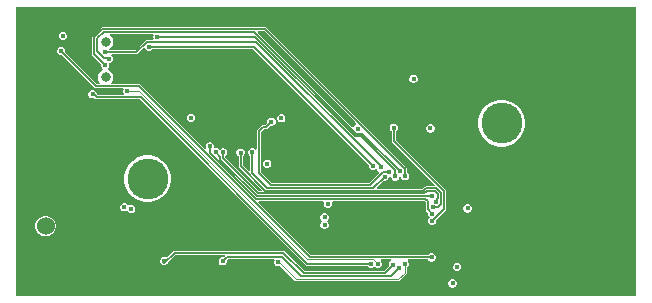
<source format=gbl>
G04*
G04 #@! TF.GenerationSoftware,Altium Limited,Altium Designer,22.8.2 (66)*
G04*
G04 Layer_Physical_Order=4*
G04 Layer_Color=16711680*
%FSLAX44Y44*%
%MOMM*%
G71*
G04*
G04 #@! TF.SameCoordinates,468F8AB8-D0D1-42F9-A28A-8A06B6F8ABAF*
G04*
G04*
G04 #@! TF.FilePolarity,Positive*
G04*
G01*
G75*
%ADD14C,0.1270*%
%ADD49C,1.5240*%
%ADD52C,0.5000*%
%ADD57C,0.1016*%
%ADD58C,3.4544*%
%ADD59C,0.8128*%
%ADD60C,0.4500*%
G36*
X782821Y255016D02*
X257309D01*
Y499611D01*
X782821D01*
Y255016D01*
D02*
G37*
%LPC*%
G36*
X298134Y478500D02*
X296734D01*
X295440Y477964D01*
X294450Y476974D01*
X293914Y475680D01*
Y474280D01*
X294450Y472986D01*
X295440Y471996D01*
X296734Y471460D01*
X298134D01*
X299428Y471996D01*
X300418Y472986D01*
X300954Y474280D01*
Y475680D01*
X300418Y476974D01*
X299428Y477964D01*
X298134Y478500D01*
D02*
G37*
G36*
X595060Y442178D02*
X593660D01*
X592366Y441642D01*
X591376Y440652D01*
X590840Y439358D01*
Y437958D01*
X591376Y436664D01*
X592366Y435674D01*
X593660Y435138D01*
X595060D01*
X596354Y435674D01*
X597344Y436664D01*
X597880Y437958D01*
Y439358D01*
X597344Y440652D01*
X596354Y441642D01*
X595060Y442178D01*
D02*
G37*
G36*
X468808Y482361D02*
X330852D01*
X330208Y482233D01*
X329662Y481868D01*
X322827Y475033D01*
X322462Y474487D01*
X322334Y473843D01*
Y459319D01*
X322462Y458675D01*
X322827Y458129D01*
X329857Y451099D01*
X329728Y450788D01*
Y449388D01*
X330264Y448094D01*
X331003Y447355D01*
X330980Y446469D01*
X330961Y446370D01*
X330784Y445924D01*
X329472Y445167D01*
X328250Y443944D01*
X327385Y442448D01*
X326938Y440778D01*
Y439050D01*
X327385Y437380D01*
X328250Y435884D01*
X328781Y435352D01*
X328255Y434082D01*
X326488D01*
X299301Y461269D01*
X299430Y461580D01*
Y462980D01*
X298894Y464274D01*
X297904Y465264D01*
X296610Y465800D01*
X295210D01*
X293916Y465264D01*
X292926Y464274D01*
X292390Y462980D01*
Y461580D01*
X292926Y460286D01*
X293916Y459296D01*
X295210Y458760D01*
X296610D01*
X296921Y458889D01*
X324601Y431209D01*
X325147Y430844D01*
X325791Y430716D01*
X347883D01*
X348732Y429446D01*
X348524Y428944D01*
Y427544D01*
X349060Y426250D01*
X349193Y426117D01*
X348667Y424847D01*
X326613D01*
X326100Y425361D01*
Y426404D01*
X325564Y427698D01*
X324574Y428688D01*
X323280Y429224D01*
X321880D01*
X320586Y428688D01*
X319596Y427698D01*
X319060Y426404D01*
Y425004D01*
X319596Y423710D01*
X320586Y422720D01*
X321880Y422184D01*
X323280D01*
X324154Y422546D01*
X324726Y421974D01*
X325272Y421609D01*
X325916Y421481D01*
X362523D01*
X503254Y280750D01*
X503800Y280385D01*
X504444Y280257D01*
X555179D01*
X555308Y279946D01*
X556298Y278956D01*
X557592Y278420D01*
X558992D01*
X560286Y278956D01*
X561210Y279880D01*
X562068Y279023D01*
X563361Y278487D01*
X564762D01*
X566055Y279023D01*
X567046Y280013D01*
X567582Y281307D01*
Y282707D01*
X567046Y284001D01*
X566472Y284575D01*
X566998Y285845D01*
X574970D01*
X575223Y284575D01*
X574840Y284416D01*
X573850Y283426D01*
X573314Y282132D01*
Y280732D01*
X573443Y280421D01*
X569279Y276257D01*
X501839D01*
X485314Y292782D01*
X484768Y293147D01*
X484124Y293275D01*
X392176D01*
X391532Y293147D01*
X390986Y292782D01*
X385474Y287270D01*
X385280Y287464D01*
X383986Y288000D01*
X382586D01*
X381292Y287464D01*
X380302Y286474D01*
X379766Y285180D01*
Y283780D01*
X380302Y282486D01*
X381292Y281496D01*
X382586Y280960D01*
X383986D01*
X385280Y281496D01*
X386270Y282486D01*
X386806Y283780D01*
Y283841D01*
X392873Y289909D01*
X434322D01*
X434848Y288639D01*
X433827Y287617D01*
X433516Y287746D01*
X432116D01*
X430822Y287210D01*
X429832Y286220D01*
X429296Y284926D01*
Y283526D01*
X429832Y282232D01*
X430822Y281242D01*
X432116Y280706D01*
X433516D01*
X434810Y281242D01*
X435800Y282232D01*
X436336Y283526D01*
Y284926D01*
X436207Y285237D01*
X437323Y286353D01*
X476057D01*
X476666Y285083D01*
X476286Y284164D01*
Y282764D01*
X476822Y281470D01*
X477812Y280480D01*
X479106Y279944D01*
X480506D01*
X481310Y280277D01*
X493767Y267820D01*
X494934Y267336D01*
X581406D01*
X582572Y267820D01*
X588096Y273344D01*
X588580Y274510D01*
Y278867D01*
X588924Y279010D01*
X589914Y280000D01*
X590450Y281294D01*
Y282694D01*
X589914Y283988D01*
X589327Y284575D01*
X589853Y285845D01*
X606487D01*
X606616Y285534D01*
X607606Y284544D01*
X608900Y284008D01*
X610300D01*
X611594Y284544D01*
X612584Y285534D01*
X613120Y286828D01*
Y288228D01*
X612584Y289522D01*
X611594Y290512D01*
X610300Y291048D01*
X608900D01*
X607606Y290512D01*
X606616Y289522D01*
X606487Y289211D01*
X562291D01*
X562149Y289353D01*
X561603Y289718D01*
X560959Y289846D01*
X507173D01*
X462818Y334201D01*
X463304Y335375D01*
X517460D01*
X518309Y334105D01*
X518101Y333603D01*
Y332203D01*
X518637Y330909D01*
X519627Y329919D01*
X520921Y329383D01*
X522321D01*
X523615Y329919D01*
X524605Y330909D01*
X525141Y332203D01*
Y333603D01*
X524933Y334105D01*
X525782Y335375D01*
X603533D01*
X604528Y334379D01*
Y328182D01*
X604656Y327538D01*
X605021Y326992D01*
X606717Y325297D01*
X606588Y324986D01*
Y323586D01*
X607124Y322292D01*
X608015Y321401D01*
X607124Y320510D01*
X606588Y319216D01*
Y317816D01*
X607124Y316522D01*
X608114Y315532D01*
X609408Y314996D01*
X610808D01*
X612102Y315532D01*
X613092Y316522D01*
X613628Y317816D01*
Y319216D01*
X613530Y319452D01*
X621458Y327380D01*
X621823Y327926D01*
X621951Y328570D01*
Y343662D01*
X621823Y344306D01*
X621458Y344852D01*
X579279Y387031D01*
Y394143D01*
X579590Y394272D01*
X580580Y395262D01*
X581116Y396556D01*
Y397956D01*
X580580Y399250D01*
X579590Y400240D01*
X578296Y400776D01*
X576896D01*
X575602Y400240D01*
X574612Y399250D01*
X574076Y397956D01*
Y396556D01*
X574612Y395262D01*
X575602Y394272D01*
X575913Y394143D01*
Y386334D01*
X576041Y385690D01*
X576406Y385144D01*
X612648Y348901D01*
X612122Y347631D01*
X604520D01*
X603876Y347503D01*
X603330Y347138D01*
X601791Y345599D01*
X563535D01*
X563049Y346773D01*
X568838Y352562D01*
X569149Y352434D01*
X570549D01*
X571843Y352970D01*
X572833Y353960D01*
X573369Y355254D01*
Y356279D01*
X574319Y356401D01*
X575255Y355443D01*
Y355408D01*
X575791Y354114D01*
X576781Y353124D01*
X578075Y352588D01*
X579475D01*
X580769Y353124D01*
X581759Y354114D01*
X582295Y355408D01*
Y355715D01*
X583565Y355662D01*
X584101Y354368D01*
X585091Y353378D01*
X586385Y352842D01*
X587785D01*
X589079Y353378D01*
X590069Y354368D01*
X590605Y355662D01*
Y357062D01*
X590069Y358356D01*
X589079Y359346D01*
X588768Y359475D01*
Y362401D01*
X588640Y363045D01*
X588275Y363591D01*
X469998Y481868D01*
X469452Y482233D01*
X468808Y482361D01*
D02*
G37*
G36*
X609284Y400268D02*
X607884D01*
X606590Y399732D01*
X605600Y398742D01*
X605064Y397448D01*
Y396048D01*
X605600Y394754D01*
X606590Y393764D01*
X607884Y393228D01*
X609284D01*
X610578Y393764D01*
X611568Y394754D01*
X612104Y396048D01*
Y397448D01*
X611568Y398742D01*
X610578Y399732D01*
X609284Y400268D01*
D02*
G37*
G36*
X670729Y420838D02*
X666835D01*
X663015Y420078D01*
X659417Y418588D01*
X656178Y416424D01*
X653424Y413670D01*
X651260Y410432D01*
X649770Y406833D01*
X649010Y403013D01*
Y399119D01*
X649770Y395299D01*
X651260Y391701D01*
X653424Y388462D01*
X656178Y385708D01*
X659417Y383544D01*
X663015Y382054D01*
X666835Y381294D01*
X670729D01*
X674549Y382054D01*
X678148Y383544D01*
X681386Y385708D01*
X684140Y388462D01*
X686304Y391701D01*
X687794Y395299D01*
X688554Y399119D01*
Y403013D01*
X687794Y406833D01*
X686304Y410432D01*
X684140Y413670D01*
X681386Y416424D01*
X678148Y418588D01*
X674549Y420078D01*
X670729Y420838D01*
D02*
G37*
G36*
X371009Y373848D02*
X367115D01*
X363295Y373088D01*
X359697Y371598D01*
X356458Y369434D01*
X353704Y366680D01*
X351540Y363442D01*
X350050Y359843D01*
X349290Y356023D01*
Y352129D01*
X350050Y348309D01*
X351540Y344711D01*
X353704Y341472D01*
X356458Y338718D01*
X359697Y336554D01*
X363295Y335064D01*
X367115Y334304D01*
X371009D01*
X374829Y335064D01*
X378428Y336554D01*
X381666Y338718D01*
X384420Y341472D01*
X386584Y344711D01*
X388074Y348309D01*
X388834Y352129D01*
Y356023D01*
X388074Y359843D01*
X386584Y363442D01*
X384420Y366680D01*
X381666Y369434D01*
X378428Y371598D01*
X374829Y373088D01*
X371009Y373848D01*
D02*
G37*
G36*
X640780Y332450D02*
X639380D01*
X638086Y331914D01*
X637096Y330924D01*
X636560Y329630D01*
Y328230D01*
X637096Y326936D01*
X638086Y325946D01*
X639380Y325410D01*
X640780D01*
X642074Y325946D01*
X643064Y326936D01*
X643600Y328230D01*
Y329630D01*
X643064Y330924D01*
X642074Y331914D01*
X640780Y332450D01*
D02*
G37*
G36*
X350204Y333466D02*
X348804D01*
X347510Y332930D01*
X346520Y331940D01*
X345984Y330646D01*
Y329246D01*
X346520Y327952D01*
X347510Y326962D01*
X348804Y326426D01*
X350204D01*
X351025Y326766D01*
X352362Y326428D01*
X353352Y325438D01*
X354646Y324902D01*
X356046D01*
X357340Y325438D01*
X358330Y326428D01*
X358866Y327722D01*
Y329122D01*
X358330Y330416D01*
X357340Y331406D01*
X356046Y331942D01*
X354646D01*
X353825Y331602D01*
X352488Y331940D01*
X351498Y332930D01*
X350204Y333466D01*
D02*
G37*
G36*
X519622Y324830D02*
X518222D01*
X516928Y324294D01*
X515938Y323304D01*
X515402Y322010D01*
Y320610D01*
X515938Y319316D01*
X516289Y318965D01*
X516809Y318135D01*
X516289Y317305D01*
X515938Y316954D01*
X515402Y315660D01*
Y314260D01*
X515938Y312966D01*
X516928Y311976D01*
X518222Y311440D01*
X519622D01*
X520916Y311976D01*
X521906Y312966D01*
X522442Y314260D01*
Y315660D01*
X521906Y316954D01*
X521555Y317305D01*
X521035Y318135D01*
X521555Y318965D01*
X521906Y319316D01*
X522442Y320610D01*
Y322010D01*
X521906Y323304D01*
X520916Y324294D01*
X519622Y324830D01*
D02*
G37*
G36*
X283839Y322707D02*
X281565D01*
X279369Y322118D01*
X277399Y320981D01*
X275791Y319374D01*
X274655Y317404D01*
X274066Y315208D01*
Y312934D01*
X274655Y310738D01*
X275791Y308768D01*
X277399Y307160D01*
X279369Y306024D01*
X281565Y305435D01*
X283839D01*
X286035Y306024D01*
X288005Y307160D01*
X289613Y308768D01*
X290749Y310738D01*
X291338Y312934D01*
Y315208D01*
X290749Y317404D01*
X289613Y319374D01*
X288005Y320981D01*
X286035Y322118D01*
X283839Y322707D01*
D02*
G37*
G36*
X631890Y282920D02*
X630490D01*
X629196Y282384D01*
X628206Y281394D01*
X627670Y280100D01*
Y278700D01*
X628206Y277406D01*
X629196Y276416D01*
X630490Y275880D01*
X631890D01*
X633184Y276416D01*
X634174Y277406D01*
X634710Y278700D01*
Y280100D01*
X634174Y281394D01*
X633184Y282384D01*
X631890Y282920D01*
D02*
G37*
G36*
X628080Y268950D02*
X626680D01*
X625386Y268414D01*
X624396Y267424D01*
X623860Y266130D01*
Y264730D01*
X624396Y263436D01*
X625386Y262446D01*
X626680Y261910D01*
X628080D01*
X629374Y262446D01*
X630364Y263436D01*
X630900Y264730D01*
Y266130D01*
X630364Y267424D01*
X629374Y268414D01*
X628080Y268950D01*
D02*
G37*
%LPD*%
G36*
X374132Y475439D02*
X373924Y474937D01*
Y473537D01*
X374132Y473035D01*
X373283Y471765D01*
X368611D01*
X367967Y471637D01*
X367421Y471272D01*
X358949Y462800D01*
X336849D01*
X336536Y463967D01*
X336677Y464168D01*
X337532Y464661D01*
X338755Y465884D01*
X339619Y467380D01*
X340066Y469050D01*
Y470778D01*
X339619Y472448D01*
X338755Y473944D01*
X337532Y475167D01*
X337061Y475439D01*
X337401Y476709D01*
X373283D01*
X374132Y475439D01*
D02*
G37*
G36*
X367140Y464435D02*
X367348Y463933D01*
X368338Y462943D01*
X369632Y462407D01*
X371032D01*
X372326Y462943D01*
X373316Y463933D01*
X373407Y464153D01*
X458458D01*
X556539Y366072D01*
X556410Y365761D01*
Y364361D01*
X556946Y363067D01*
X557936Y362077D01*
X559230Y361541D01*
X560630D01*
X561924Y362077D01*
X562091Y362244D01*
X563336Y361996D01*
X563385Y361879D01*
X564375Y360889D01*
X564627Y360784D01*
X564925Y359286D01*
X556318Y350679D01*
X474153D01*
X464979Y359853D01*
Y393511D01*
X467748Y396280D01*
X469591D01*
X470235Y396408D01*
X470781Y396773D01*
X472953Y398945D01*
X473264Y398816D01*
X474664D01*
X475958Y399352D01*
X476948Y400342D01*
X477484Y401636D01*
Y403036D01*
X476948Y404330D01*
X475958Y405320D01*
X474664Y405856D01*
X473264D01*
X471970Y405320D01*
X470980Y404330D01*
X470444Y403036D01*
Y401636D01*
X470573Y401325D01*
X468894Y399646D01*
X467051D01*
X466407Y399518D01*
X465861Y399153D01*
X462106Y395398D01*
X461741Y394852D01*
X461613Y394208D01*
Y379266D01*
X460343Y378771D01*
X459702Y379412D01*
X458408Y379948D01*
X457008D01*
X455714Y379412D01*
X454724Y378422D01*
X454188Y377128D01*
Y375728D01*
X454724Y374434D01*
X455714Y373444D01*
X456025Y373315D01*
Y360815D01*
X454851Y360329D01*
X449485Y365695D01*
Y373061D01*
X449796Y373190D01*
X450786Y374180D01*
X451322Y375474D01*
Y376874D01*
X450786Y378168D01*
X449796Y379158D01*
X448502Y379694D01*
X447102D01*
X445808Y379158D01*
X444818Y378168D01*
X444282Y376874D01*
Y375474D01*
X444818Y374180D01*
X445808Y373190D01*
X446119Y373061D01*
Y364998D01*
X446247Y364354D01*
X446612Y363808D01*
X465933Y344487D01*
X465447Y343313D01*
X463405D01*
X434727Y371991D01*
Y373321D01*
X435038Y373450D01*
X436028Y374440D01*
X436564Y375734D01*
Y377134D01*
X436028Y378428D01*
X435038Y379418D01*
X433744Y379954D01*
X432344D01*
X431050Y379418D01*
X430179Y378547D01*
X429268Y379458D01*
X427974Y379994D01*
X426574D01*
X426426Y379933D01*
X425414Y380808D01*
Y382208D01*
X424878Y383502D01*
X423888Y384492D01*
X422594Y385028D01*
X421194D01*
X419900Y384492D01*
X418910Y383502D01*
X418374Y382208D01*
Y380808D01*
X418633Y380183D01*
X417556Y379463D01*
X363430Y433589D01*
X362884Y433954D01*
X362240Y434082D01*
X338749D01*
X338223Y435352D01*
X338755Y435884D01*
X339619Y437380D01*
X340066Y439050D01*
Y440778D01*
X339619Y442448D01*
X338755Y443944D01*
X337532Y445167D01*
X336036Y446031D01*
X335872Y446074D01*
X335832Y446139D01*
X335600Y447462D01*
X336232Y448094D01*
X336768Y449388D01*
Y450788D01*
X336727Y450886D01*
X336742Y452156D01*
X337365Y452414D01*
X338036Y452692D01*
X339026Y453682D01*
X339562Y454976D01*
Y456376D01*
X339026Y457670D01*
X338532Y458164D01*
X339058Y459434D01*
X359646D01*
X360290Y459562D01*
X360836Y459927D01*
X365642Y464733D01*
X367140Y464435D01*
D02*
G37*
G36*
X545922Y401184D02*
X545624Y399686D01*
X545122Y399478D01*
X544132Y398488D01*
X543924Y397986D01*
X542426Y397688D01*
X462293Y477821D01*
X462779Y478995D01*
X468111D01*
X545922Y401184D01*
D02*
G37*
%LPC*%
G36*
X406592Y409158D02*
X405192D01*
X403898Y408622D01*
X402908Y407632D01*
X402372Y406338D01*
Y404938D01*
X402908Y403644D01*
X403898Y402654D01*
X405192Y402118D01*
X406592D01*
X407886Y402654D01*
X408876Y403644D01*
X409412Y404938D01*
Y406338D01*
X408876Y407632D01*
X407886Y408622D01*
X406592Y409158D01*
D02*
G37*
G36*
X483046Y408904D02*
X481646D01*
X480352Y408368D01*
X479362Y407378D01*
X478826Y406084D01*
Y404684D01*
X479362Y403390D01*
X480352Y402400D01*
X481646Y401864D01*
X483046D01*
X484340Y402400D01*
X485330Y403390D01*
X485866Y404684D01*
Y406084D01*
X485330Y407378D01*
X484340Y408368D01*
X483046Y408904D01*
D02*
G37*
G36*
X471108Y370296D02*
X469708D01*
X468414Y369760D01*
X467424Y368770D01*
X466888Y367476D01*
Y366076D01*
X467424Y364782D01*
X468414Y363792D01*
X469708Y363256D01*
X471108D01*
X472402Y363792D01*
X473392Y364782D01*
X473928Y366076D01*
Y367476D01*
X473392Y368770D01*
X472402Y369760D01*
X471108Y370296D01*
D02*
G37*
%LPD*%
D14*
X383286Y282702D02*
X392176Y291592D01*
X612948Y335026D02*
X614233Y336311D01*
X459155Y465836D02*
X559930Y365061D01*
X436626Y288036D02*
X482854D01*
X499364Y271526D01*
X432816Y284226D02*
X436626Y288036D01*
X499364Y271526D02*
X575056D01*
X484124Y291592D02*
X501142Y274574D01*
X392176Y291592D02*
X484124D01*
X501142Y274574D02*
X569976D01*
X330852Y480678D02*
X468808D01*
X587085Y356362D02*
Y362401D01*
X545395Y392339D02*
X550785D01*
X377444Y474237D02*
X460264D01*
X544448Y390053D01*
X331799Y478392D02*
X459342D01*
X582547Y360578D02*
Y360578D01*
X468808Y480678D02*
X587085Y362401D01*
X544448Y390053D02*
X549781D01*
X550785Y392339D02*
X582547Y360578D01*
X549781Y390053D02*
X578391Y361443D01*
X459342Y478392D02*
X545395Y392339D01*
X577596Y386334D02*
Y397256D01*
Y386334D02*
X620268Y343662D01*
X447802Y364998D02*
X468884Y343916D01*
X462708Y341630D02*
X603435D01*
X604230Y337058D02*
X606280Y335008D01*
X606212Y328182D02*
Y334940D01*
X430758Y370347D02*
X461761Y339344D01*
X610088D02*
X610251Y339507D01*
X460814Y337058D02*
X604230D01*
X468884Y343916D02*
X602488D01*
X421894Y375978D02*
X460814Y337058D01*
X461761Y339344D02*
X610088D01*
X433044Y371294D02*
X462708Y341630D01*
X603435D02*
X605467Y343662D01*
X602488Y343916D02*
X604520Y345948D01*
X606212Y334940D02*
X606280Y335008D01*
X569849Y355954D02*
X570003Y356108D01*
X469900Y346456D02*
X560351D01*
X570003Y356108D02*
X570230D01*
X457708Y358648D02*
X469900Y346456D01*
X560351D02*
X569849Y355954D01*
X473456Y348996D02*
X557015D01*
X473964Y402336D02*
X474218Y402590D01*
Y403606D01*
X557015Y348996D02*
X568128Y360109D01*
X463296Y359156D02*
X473456Y348996D01*
X604520Y345948D02*
X613664D01*
X605467Y343662D02*
X612270D01*
X614582Y337907D02*
Y341350D01*
X613664Y345948D02*
X617770Y341842D01*
X612270Y343662D02*
X614582Y341350D01*
X617770Y333098D02*
Y341842D01*
X614233Y336311D02*
Y337558D01*
X614582Y337907D01*
X460785Y470082D02*
X566369Y364499D01*
X368611Y470082D02*
X460785D01*
X370423Y465836D02*
X459155D01*
X566369Y363873D02*
Y364499D01*
X569976Y274574D02*
X576834Y281432D01*
X363220Y423164D02*
X504444Y281940D01*
X558292D01*
X506476Y288163D02*
X560959D01*
X362240Y432399D02*
X506476Y288163D01*
X575056Y271526D02*
X581914Y278384D01*
X295910Y462280D02*
X325791Y432399D01*
X427274Y376328D02*
Y376474D01*
X433044Y371294D02*
Y376434D01*
X421894Y375978D02*
Y381508D01*
X430758Y370347D02*
Y372844D01*
X427274Y376328D02*
X430758Y372844D01*
X325791Y432399D02*
X362240D01*
X324017Y459319D02*
X333248Y450088D01*
X335424Y456294D02*
X336042Y455676D01*
X331900Y456294D02*
X335424D01*
X325916Y423164D02*
X363220D01*
X560959Y288163D02*
X561594Y287528D01*
X609600D01*
X326303Y461891D02*
Y472896D01*
X324017Y459319D02*
Y473843D01*
X330852Y480678D01*
X326303Y461891D02*
X331900Y456294D01*
X326303Y472896D02*
X331799Y478392D01*
X359646Y461117D02*
X368611Y470082D01*
X370332Y465927D02*
X370423Y465836D01*
X332953Y461117D02*
X359646D01*
X578391Y356492D02*
Y361443D01*
Y356492D02*
X578775Y356108D01*
X323376Y425704D02*
X325916Y423164D01*
X322580Y425704D02*
X323376D01*
X620268Y328570D02*
Y343662D01*
X610214Y318516D02*
X620268Y328570D01*
X610108Y318516D02*
X610214D01*
X606212Y328182D02*
X610108Y324286D01*
X610367Y330050D02*
X614722D01*
X469591Y397963D02*
X473964Y402336D01*
X463296Y394208D02*
X467051Y397963D01*
X469591D01*
X463296Y359156D02*
Y394208D01*
X447802Y364998D02*
Y376174D01*
X457708Y358648D02*
Y376428D01*
X568128Y360109D02*
X573723D01*
X573786Y360172D01*
X614722Y330050D02*
X617770Y333098D01*
D49*
X282702Y314071D02*
D03*
Y441071D02*
D03*
D52*
X573850Y417830D02*
D03*
X581850D02*
D03*
D57*
X480456Y283464D02*
X494934Y268986D01*
X479806Y283464D02*
X480456D01*
X494934Y268986D02*
X581406D01*
X361950Y428244D02*
X504190Y286004D01*
X560065D01*
X352044Y428244D02*
X361950D01*
X581406Y268986D02*
X586930Y274510D01*
Y281994D01*
X560065Y286004D02*
X564062Y282007D01*
D58*
X369062Y354076D02*
D03*
X668782Y401066D02*
D03*
D59*
X333502Y469914D02*
D03*
Y439914D02*
D03*
D60*
X771525Y476250D02*
D03*
X762000Y457200D02*
D03*
X771525Y438150D02*
D03*
X762000Y419100D02*
D03*
X771525Y361950D02*
D03*
X762000Y342900D02*
D03*
X771525Y323850D02*
D03*
X762000Y304800D02*
D03*
Y266700D02*
D03*
X752475Y476250D02*
D03*
X742950Y457200D02*
D03*
X752475Y438150D02*
D03*
X742950Y419100D02*
D03*
Y381000D02*
D03*
X752475Y361950D02*
D03*
X742950Y342900D02*
D03*
X752475Y323850D02*
D03*
X742950Y266700D02*
D03*
X733425Y476250D02*
D03*
X723900Y457200D02*
D03*
X733425Y438150D02*
D03*
X723900Y419100D02*
D03*
X733425Y400050D02*
D03*
X723900Y381000D02*
D03*
X733425Y361950D02*
D03*
X723900Y342900D02*
D03*
X733425Y323850D02*
D03*
X723900Y266700D02*
D03*
X714375Y476250D02*
D03*
X704850Y457200D02*
D03*
X714375Y438150D02*
D03*
X704850Y419100D02*
D03*
X714375Y400050D02*
D03*
X704850Y381000D02*
D03*
X714375Y361950D02*
D03*
X704850Y342900D02*
D03*
X714375Y323850D02*
D03*
Y285750D02*
D03*
X704850Y266700D02*
D03*
X695325Y476250D02*
D03*
X685800Y457200D02*
D03*
X695325Y438150D02*
D03*
X685800Y419100D02*
D03*
X695325Y400050D02*
D03*
X685800Y381000D02*
D03*
X695325Y361950D02*
D03*
X685800Y342900D02*
D03*
X695325Y323850D02*
D03*
Y285750D02*
D03*
X685800Y266700D02*
D03*
X676275Y476250D02*
D03*
X666750Y457200D02*
D03*
X676275Y438150D02*
D03*
Y361950D02*
D03*
X666750Y342900D02*
D03*
X676275Y323850D02*
D03*
Y285750D02*
D03*
X666750Y266700D02*
D03*
X657225Y476250D02*
D03*
X647700Y457200D02*
D03*
X657225Y438150D02*
D03*
X647700Y419100D02*
D03*
Y381000D02*
D03*
X657225Y361950D02*
D03*
X647700Y342900D02*
D03*
X657225Y323850D02*
D03*
Y285750D02*
D03*
X647700Y266700D02*
D03*
X638175Y476250D02*
D03*
X628650Y457200D02*
D03*
X638175Y438150D02*
D03*
X628650Y419100D02*
D03*
X638175Y400050D02*
D03*
X628650Y381000D02*
D03*
X638175Y361950D02*
D03*
X628650Y342900D02*
D03*
X638175Y285750D02*
D03*
X619125Y476250D02*
D03*
X609600Y457200D02*
D03*
X619125Y438150D02*
D03*
X609600Y419100D02*
D03*
X619125Y400050D02*
D03*
X609600Y381000D02*
D03*
X619125Y361950D02*
D03*
X600075Y476250D02*
D03*
X590550Y457200D02*
D03*
Y419100D02*
D03*
Y381000D02*
D03*
X581025Y476250D02*
D03*
X571500Y457200D02*
D03*
X561975Y476250D02*
D03*
X552450Y457200D02*
D03*
X561975Y438150D02*
D03*
X552450Y419100D02*
D03*
X542925Y476250D02*
D03*
X533400Y457200D02*
D03*
X542925Y438150D02*
D03*
X533400Y381000D02*
D03*
X523875Y476250D02*
D03*
X514350Y457200D02*
D03*
X523875Y438150D02*
D03*
Y361950D02*
D03*
X504825Y476250D02*
D03*
Y400050D02*
D03*
Y361950D02*
D03*
X485775Y476250D02*
D03*
Y400050D02*
D03*
Y323850D02*
D03*
X457200Y457200D02*
D03*
X466725Y438150D02*
D03*
X457200Y419100D02*
D03*
Y304800D02*
D03*
Y266700D02*
D03*
X438150Y457200D02*
D03*
X447675Y438150D02*
D03*
X438150Y419100D02*
D03*
X447675Y400050D02*
D03*
Y323850D02*
D03*
X438150Y304800D02*
D03*
X419100Y457200D02*
D03*
X428625Y438150D02*
D03*
X419100Y342900D02*
D03*
X428625Y323850D02*
D03*
X419100Y304800D02*
D03*
X400050Y457200D02*
D03*
X409575Y438150D02*
D03*
Y400050D02*
D03*
Y361950D02*
D03*
X400050Y342900D02*
D03*
X409575Y323850D02*
D03*
X400050Y304800D02*
D03*
X409575Y285750D02*
D03*
X400050Y266700D02*
D03*
X381000Y457200D02*
D03*
X390525Y438150D02*
D03*
X381000Y381000D02*
D03*
X390525Y361950D02*
D03*
Y323850D02*
D03*
X381000Y304800D02*
D03*
X371475Y438150D02*
D03*
Y400050D02*
D03*
X361950Y381000D02*
D03*
X371475Y323850D02*
D03*
Y285750D02*
D03*
X361950Y266700D02*
D03*
X352425Y400050D02*
D03*
X342900Y381000D02*
D03*
Y342900D02*
D03*
X352425Y285750D02*
D03*
X342900Y266700D02*
D03*
X323850Y419100D02*
D03*
X333375Y400050D02*
D03*
X323850Y381000D02*
D03*
X333375Y361950D02*
D03*
X323850Y342900D02*
D03*
X333375Y285750D02*
D03*
X323850Y266700D02*
D03*
X304800Y419100D02*
D03*
X314325Y400050D02*
D03*
X304800Y381000D02*
D03*
X314325Y361950D02*
D03*
X304800Y342900D02*
D03*
X314325Y285750D02*
D03*
X304800Y266700D02*
D03*
X285750Y457200D02*
D03*
X295275Y438150D02*
D03*
X285750Y419100D02*
D03*
X295275Y400050D02*
D03*
X285750Y381000D02*
D03*
X295275Y361950D02*
D03*
X285750Y342900D02*
D03*
X295275Y285750D02*
D03*
X285750Y266700D02*
D03*
X276225Y476250D02*
D03*
X266700Y457200D02*
D03*
Y419100D02*
D03*
X276225Y400050D02*
D03*
X266700Y381000D02*
D03*
X276225Y361950D02*
D03*
X266700Y342900D02*
D03*
Y304800D02*
D03*
X276225Y285750D02*
D03*
X266700Y266700D02*
D03*
X717296Y316230D02*
D03*
X707390Y300990D02*
D03*
X642792Y316194D02*
D03*
X653796Y316230D02*
D03*
X676656D02*
D03*
X707136D02*
D03*
X696468D02*
D03*
X686816D02*
D03*
X647954Y300990D02*
D03*
X639826D02*
D03*
X717296D02*
D03*
X687070D02*
D03*
X697230D02*
D03*
X656082D02*
D03*
X666242D02*
D03*
X664210Y325882D02*
D03*
X676656Y300990D02*
D03*
X559930Y365061D02*
D03*
X479806Y283464D02*
D03*
X547116Y396494D02*
D03*
X608584Y396748D02*
D03*
X432816Y284226D02*
D03*
X383286Y284480D02*
D03*
X627380Y265430D02*
D03*
X577596Y397256D02*
D03*
X297434Y474980D02*
D03*
X521621Y332903D02*
D03*
X482346Y405384D02*
D03*
X470408Y366776D02*
D03*
X405892Y405638D02*
D03*
X355346Y328422D02*
D03*
X349504Y329946D02*
D03*
X518922Y314960D02*
D03*
Y321310D02*
D03*
X594360Y438658D02*
D03*
X576834Y281432D02*
D03*
X581914Y278384D02*
D03*
X295910Y462280D02*
D03*
X433044Y376434D02*
D03*
X427274Y376474D02*
D03*
X333248Y450088D02*
D03*
X336042Y455676D02*
D03*
X558292Y281940D02*
D03*
X370332Y465927D02*
D03*
X377444Y474237D02*
D03*
X332953Y461117D02*
D03*
X352044Y428244D02*
D03*
X322580Y425704D02*
D03*
X609600Y287528D02*
D03*
X564062Y282007D02*
D03*
X586930Y281994D02*
D03*
X610367Y330050D02*
D03*
X610108Y318516D02*
D03*
X566369Y363873D02*
D03*
X569849Y355954D02*
D03*
X578775Y356108D02*
D03*
X587085Y356362D02*
D03*
X610251Y339507D02*
D03*
X457708Y376428D02*
D03*
X473964Y402336D02*
D03*
X447802Y376174D02*
D03*
X421894Y381508D02*
D03*
X582547Y360578D02*
D03*
X573786Y360172D02*
D03*
X613615Y334819D02*
D03*
X610108Y324286D02*
D03*
X640080Y328930D02*
D03*
X631190Y279400D02*
D03*
M02*

</source>
